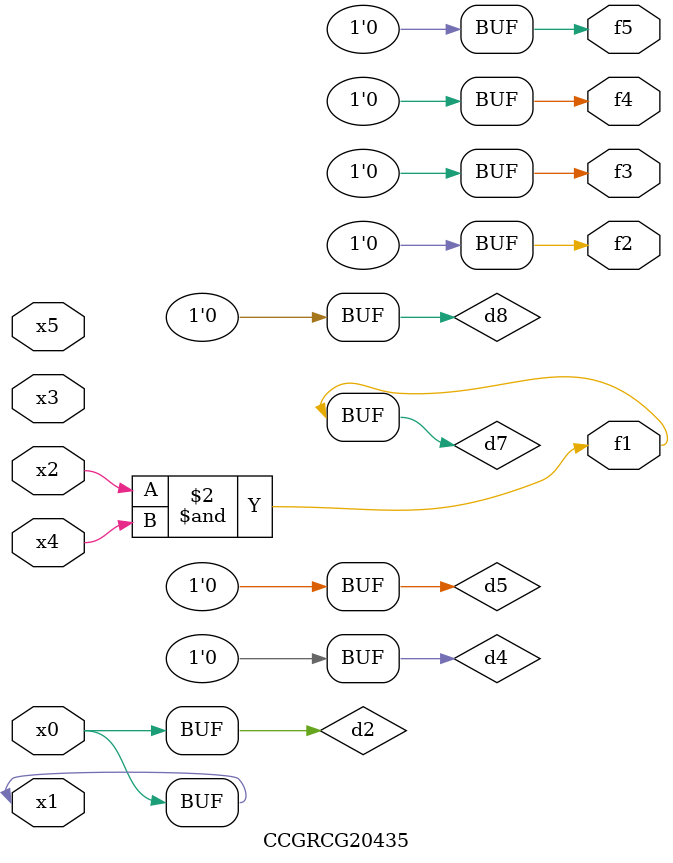
<source format=v>
module CCGRCG20435(
	input x0, x1, x2, x3, x4, x5,
	output f1, f2, f3, f4, f5
);

	wire d1, d2, d3, d4, d5, d6, d7, d8, d9;

	nand (d1, x1);
	buf (d2, x0, x1);
	nand (d3, x2, x4);
	and (d4, d1, d2);
	and (d5, d1, d2);
	nand (d6, d1, d3);
	not (d7, d3);
	xor (d8, d5);
	nor (d9, d5, d6);
	assign f1 = d7;
	assign f2 = d8;
	assign f3 = d8;
	assign f4 = d8;
	assign f5 = d8;
endmodule

</source>
